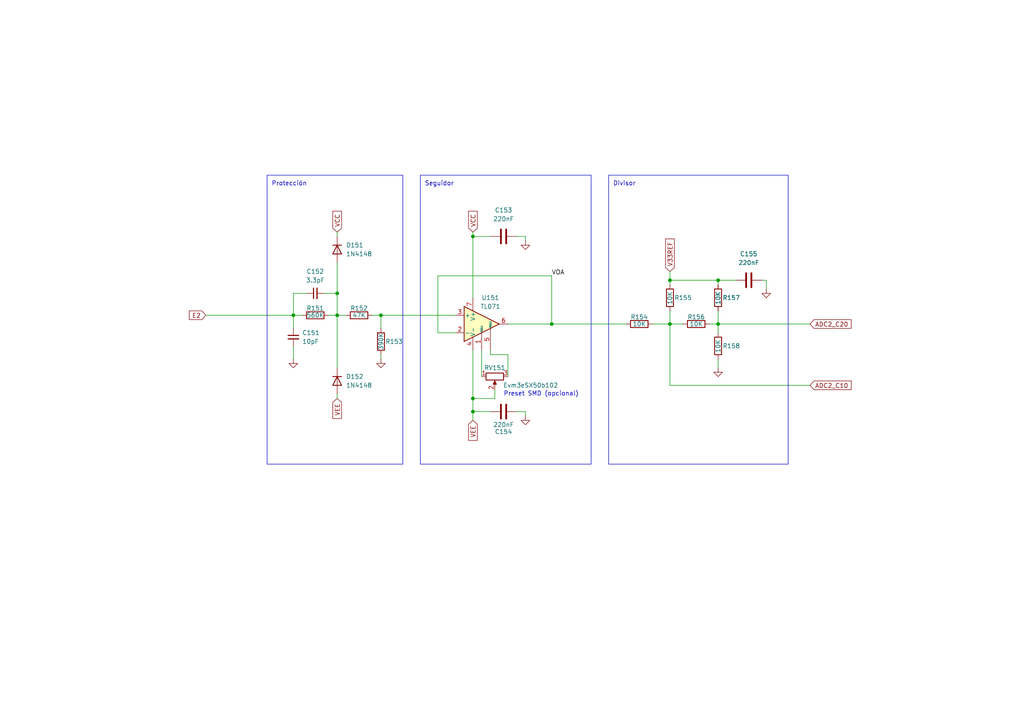
<source format=kicad_sch>
(kicad_sch (version 20231120) (generator "eeschema") (generator_version "8.0")
  (paper "A4")
  (title_block (title "Entrada 2 (ISPEL Beta 2024)") (rev "2 (GC)") (company "UNDAV"))
  (lib_symbols
    (symbol "Amplifier_Operational:TL071" (pin_names (offset 0.127))
      (property "Reference" "U" (at 0 6.35 0))
      (property "Value" "TL071" (at 0 3.81 0))
      (symbol "TL071_0_1"
        (polyline (pts (xy -5.08 5.08) (xy 5.08 0) (xy -5.08 -5.08) (xy -5.08 5.08)) (stroke (width 0.254)) (fill (type background)))
      )
      (symbol "TL071_1_1"
        (pin input line (at 0 -7.62 90) (length 5.08) (name "NULL") (number "1"))
        (pin input line (at -7.62 -2.54 0) (length 2.54) (name "-") (number "2"))
        (pin input line (at -7.62 2.54 0) (length 2.54) (name "+") (number "3"))
        (pin power_in line (at -2.54 -7.62 90) (length 3.81) (name "V-") (number "4"))
        (pin input line (at 2.54 -7.62 90) (length 6.35) (name "NULL") (number "5"))
        (pin output line (at 7.62 0 180) (length 2.54) (name "~") (number "6"))
        (pin power_in line (at -2.54 7.62 270) (length 3.81) (name "V+") (number "7"))
        (pin no_connect line (at 0 2.54 270) (length 2.54) hide (name "NC") (number "8"))
      )
    )
    (symbol "Device:C" (pin_numbers hide) (pin_names (offset 0.254))
      (property "Reference" "C" (at 0.635 2.54 0))
      (property "Value" "C" (at 0.635 -2.54 0))
      (symbol "C_0_1"
        (polyline (pts (xy -2.032 -0.762) (xy 2.032 -0.762)) (stroke (width 0.508)))
        (polyline (pts (xy -2.032 0.762) (xy 2.032 0.762)) (stroke (width 0.508)))
      )
      (symbol "C_1_1"
        (pin passive line (at 0 3.81 270) (length 2.794) (name "~") (number "1"))
        (pin passive line (at 0 -3.81 90) (length 2.794) (name "~") (number "2"))
      )
    )
    (symbol "Device:C_Small" (pin_numbers hide) (pin_names (offset 0.254) hide)
      (property "Reference" "C" (at 0.254 1.778 0))
      (property "Value" "C_Small" (at 0.254 -2.032 0))
      (symbol "C_Small_0_1"
        (polyline (pts (xy -1.524 -0.508) (xy 1.524 -0.508)) (stroke (width 0.3302)))
        (polyline (pts (xy -1.524 0.508) (xy 1.524 0.508)) (stroke (width 0.3048)))
      )
      (symbol "C_Small_1_1"
        (pin passive line (at 0 2.54 270) (length 2.032) (name "~") (number "1"))
        (pin passive line (at 0 -2.54 90) (length 2.032) (name "~") (number "2"))
      )
    )
    (symbol "Device:R" (pin_numbers hide) (pin_names (offset 0))
      (property "Reference" "R" (at 2.032 0 90))
      (property "Value" "R" (at 0 0 90))
      (symbol "R_0_1"
        (rectangle (start -1.016 -2.54) (end 1.016 2.54) (stroke (width 0.254)))
      )
      (symbol "R_1_1"
        (pin passive line (at 0 3.81 270) (length 1.27) (name "~") (number "1"))
        (pin passive line (at 0 -3.81 90) (length 1.27) (name "~") (number "2"))
      )
    )
    (symbol "Device:R_Potentiometer" (pin_names (offset 1.016) hide)
      (property "Reference" "RV" (at -4.445 0 90))
      (property "Value" "R_Potentiometer" (at -2.54 0 90))
      (symbol "R_Potentiometer_0_1"
        (polyline (pts (xy 2.54 0) (xy 1.524 0)))
        (polyline (pts (xy 1.143 0) (xy 2.286 0.508) (xy 2.286 -0.508) (xy 1.143 0)) (fill (type outline)))
        (rectangle (start 1.016 2.54) (end -1.016 -2.54) (stroke (width 0.254)))
      )
      (symbol "R_Potentiometer_1_1"
        (pin passive line (at 0 3.81 270) (length 1.27) (name "1") (number "1"))
        (pin passive line (at 3.81 0 180) (length 1.27) (name "2") (number "2"))
        (pin passive line (at 0 -3.81 90) (length 1.27) (name "3") (number "3"))
      )
    )
    (symbol "Diode:1N4448" (pin_numbers hide) (pin_names hide)
      (property "Reference" "D" (at 0 2.54 0))
      (property "Value" "1N4448" (at 0 -2.54 0))
      (symbol "1N4448_0_1"
        (polyline (pts (xy -1.27 1.27) (xy -1.27 -1.27)) (stroke (width 0.254)))
        (polyline (pts (xy 1.27 0) (xy -1.27 0)))
        (polyline (pts (xy 1.27 1.27) (xy 1.27 -1.27) (xy -1.27 0) (xy 1.27 1.27)) (stroke (width 0.254)))
      )
      (symbol "1N4448_1_1"
        (pin passive line (at -3.81 0 0) (length 2.54) (name "K") (number "1"))
        (pin passive line (at 3.81 0 180) (length 2.54) (name "A") (number "2"))
      )
    )
    (symbol "power:GND" (power) (pin_numbers hide) (pin_names (offset 0) hide)
      (property "Value" "GND" (at 0 -3.81 0))
      (symbol "GND_0_1"
        (polyline (pts (xy 0 0) (xy 0 -1.27) (xy 1.27 -1.27) (xy 0 -2.54) (xy -1.27 -1.27) (xy 0 -1.27)))
      )
      (symbol "GND_1_1"
        (pin power_in line (at 0 0 270) (length 0) (name "~") (number "1"))
      )
    )
  )
  (junction (at 208.28 93.98))
  (junction (at 110.49 91.44))
  (junction (at 97.79 85.09))
  (junction (at 137.16 119.38))
  (junction (at 137.16 68.58))
  (junction (at 194.31 81.28))
  (junction (at 160.02 93.98))
  (junction (at 208.28 81.28))
  (junction (at 85.09 91.44))
  (junction (at 137.16 115.57))
  (junction (at 194.31 93.98))
  (junction (at 97.79 91.44))
  (wire (pts (xy 222.25 83.82) (xy 222.25 81.28)))
  (wire (pts (xy 97.79 114.3) (xy 97.79 115.57)))
  (wire (pts (xy 137.16 68.58) (xy 142.24 68.58)))
  (wire (pts (xy 222.25 81.28) (xy 220.98 81.28)))
  (wire (pts (xy 194.31 111.76) (xy 194.31 93.98)))
  (wire (pts (xy 142.24 102.87) (xy 142.24 101.6)))
  (wire (pts (xy 85.09 100.33) (xy 85.09 104.14)))
  (wire (pts (xy 97.79 91.44) (xy 100.33 91.44)))
  (wire (pts (xy 208.28 81.28) (xy 213.36 81.28)))
  (wire (pts (xy 110.49 91.44) (xy 132.08 91.44)))
  (wire (pts (xy 97.79 91.44) (xy 97.79 106.68)))
  (wire (pts (xy 152.4 69.85) (xy 152.4 68.58)))
  (wire (pts (xy 194.31 81.28) (xy 208.28 81.28)))
  (wire (pts (xy 194.31 78.74) (xy 194.31 81.28)))
  (wire (pts (xy 194.31 81.28) (xy 194.31 82.55)))
  (wire (pts (xy 132.08 96.52) (xy 127 96.52)))
  (wire (pts (xy 127 96.52) (xy 127 80.01)))
  (wire (pts (xy 208.28 93.98) (xy 205.74 93.98)))
  (wire (pts (xy 143.51 113.03) (xy 143.51 115.57)))
  (wire (pts (xy 137.16 101.6) (xy 137.16 115.57)))
  (wire (pts (xy 110.49 91.44) (xy 107.95 91.44)))
  (wire (pts (xy 85.09 91.44) (xy 85.09 95.25)))
  (wire (pts (xy 139.7 101.6) (xy 139.7 109.22)))
  (wire (pts (xy 208.28 82.55) (xy 208.28 81.28)))
  (wire (pts (xy 85.09 85.09) (xy 88.9 85.09)))
  (wire (pts (xy 137.16 115.57) (xy 143.51 115.57)))
  (wire (pts (xy 194.31 93.98) (xy 198.12 93.98)))
  (wire (pts (xy 194.31 90.17) (xy 194.31 93.98)))
  (wire (pts (xy 110.49 102.87) (xy 110.49 104.14)))
  (wire (pts (xy 149.86 68.58) (xy 152.4 68.58)))
  (wire (pts (xy 208.28 90.17) (xy 208.28 93.98)))
  (wire (pts (xy 142.24 102.87) (xy 147.32 102.87)))
  (wire (pts (xy 85.09 85.09) (xy 85.09 91.44)))
  (wire (pts (xy 142.24 119.38) (xy 137.16 119.38)))
  (wire (pts (xy 97.79 91.44) (xy 97.79 85.09)))
  (wire (pts (xy 93.98 85.09) (xy 97.79 85.09)))
  (wire (pts (xy 137.16 115.57) (xy 137.16 119.38)))
  (wire (pts (xy 137.16 68.58) (xy 137.16 86.36)))
  (wire (pts (xy 137.16 119.38) (xy 137.16 121.92)))
  (wire (pts (xy 85.09 91.44) (xy 87.63 91.44)))
  (wire (pts (xy 208.28 93.98) (xy 208.28 96.52)))
  (wire (pts (xy 97.79 68.58) (xy 97.79 67.31)))
  (wire (pts (xy 95.25 91.44) (xy 97.79 91.44)))
  (wire (pts (xy 194.31 93.98) (xy 189.23 93.98)))
  (wire (pts (xy 97.79 76.2) (xy 97.79 85.09)))
  (wire (pts (xy 208.28 104.14) (xy 208.28 106.68)))
  (wire (pts (xy 160.02 80.01) (xy 160.02 93.98)))
  (wire (pts (xy 127 80.01) (xy 160.02 80.01)))
  (wire (pts (xy 160.02 93.98) (xy 181.61 93.98)))
  (wire (pts (xy 59.69 91.44) (xy 85.09 91.44)))
  (wire (pts (xy 147.32 93.98) (xy 160.02 93.98)))
  (wire (pts (xy 152.4 120.65) (xy 152.4 119.38)))
  (wire (pts (xy 137.16 67.31) (xy 137.16 68.58)))
  (wire (pts (xy 147.32 109.22) (xy 147.32 102.87)))
  (wire (pts (xy 110.49 91.44) (xy 110.49 95.25)))
  (wire (pts (xy 149.86 119.38) (xy 152.4 119.38)))
  (wire (pts (xy 194.31 111.76) (xy 234.95 111.76)))
  (wire (pts (xy 208.28 93.98) (xy 234.95 93.98)))
  (rectangle (start 176.53 50.8) (end 228.6 134.62))
  (rectangle (start 121.92 50.8) (end 171.45 134.62))
  (rectangle (start 77.47 50.8) (end 116.84 134.62))
  (text "Preset SMD (opcional)" (at 146.05 114.3 0) (effects (font (size 1.27 1.27)) (justify left)))
  (text "Protección" (at 78.74 53.34 0) (effects (font (size 1.27 1.27)) (justify left)))
  (text "Divisor" (at 177.8 53.34 0) (effects (font (size 1.27 1.27)) (justify left)))
  (text "Seguidor" (at 123.19 53.34 0) (effects (font (size 1.27 1.27)) (justify left)))
  (label "VOA" (at 160.02 80.01 0))
  (global_label "E2" (shape input) (at 59.69 91.44 180) (property "Intersheetrefs" "${INTERSHEET_REFS}" (effects (hide yes))))
  (global_label "VEE" (shape input) (at 97.79 115.57 270) (property "Intersheetrefs" "${INTERSHEET_REFS}" (effects (hide yes))))
  (global_label "VCC" (shape input) (at 97.79 67.31 90) (property "Intersheetrefs" "${INTERSHEET_REFS}" (effects (hide yes))))
  (global_label "V33REF" (shape input) (at 194.31 78.74 90) (property "Intersheetrefs" "${INTERSHEET_REFS}" (effects (hide yes))))
  (global_label "VCC" (shape input) (at 137.16 67.31 90) (property "Intersheetrefs" "${INTERSHEET_REFS}" (effects (hide yes))))
  (global_label "VEE" (shape input) (at 137.16 121.92 270) (property "Intersheetrefs" "${INTERSHEET_REFS}" (effects (hide yes))))
  (global_label "ADC2_C10" (shape input) (at 234.95 111.76 0) (property "Intersheetrefs" "${INTERSHEET_REFS}" (effects (hide yes))))
  (global_label "ADC2_C20" (shape input) (at 234.95 93.98 0) (property "Intersheetrefs" "${INTERSHEET_REFS}" (effects (hide yes))))
  (symbol (lib_id "Device:R") (at 185.42 93.98 90) (unit 1)
    (property "Reference" "R154" (at 185.42 91.948 90))
    (property "Value" "10K" (at 185.42 93.98 90))
    (property "Footprint" "Resistor_SMD:R_1206_3216Metric_Pad1.30x1.75mm_HandSolder" (effects (hide yes)))
    (property "Description" "Resistor" (effects (hide yes)))
  )
  (symbol (lib_id "Device:R") (at 104.14 91.44 90) (unit 1)
    (property "Reference" "R152" (at 104.14 89.408 90))
    (property "Value" "47K" (at 104.14 91.44 90))
    (property "Footprint" "Resistor_SMD:R_1206_3216Metric_Pad1.30x1.75mm_HandSolder" (effects (hide yes)))
    (property "Description" "Resistor" (effects (hide yes)))
  )
  (symbol (lib_id "Device:R") (at 208.28 86.36 0) (unit 1)
    (property "Reference" "R157" (at 209.55 86.36 0) (effects (justify left)))
    (property "Value" "10K" (at 208.28 88.392 90) (effects (justify left)))
    (property "Footprint" "Resistor_SMD:R_1206_3216Metric_Pad1.30x1.75mm_HandSolder" (effects (hide yes)))
    (property "Description" "Resistor" (effects (hide yes)))
  )
  (symbol (lib_id "Device:R") (at 201.93 93.98 90) (unit 1)
    (property "Reference" "R156" (at 201.93 91.948 90))
    (property "Value" "10K" (at 201.93 93.98 90))
    (property "Footprint" "Resistor_SMD:R_1206_3216Metric_Pad1.30x1.75mm_HandSolder" (effects (hide yes)))
    (property "Description" "Resistor" (effects (hide yes)))
  )
  (symbol (lib_id "Device:R") (at 110.49 99.06 0) (unit 1)
    (property "Reference" "R153" (at 111.76 99.06 0) (effects (justify left)))
    (property "Value" "390K" (at 110.49 101.6 90) (effects (justify left)))
    (property "Footprint" "Resistor_SMD:R_1206_3216Metric_Pad1.30x1.75mm_HandSolder" (effects (hide yes)))
    (property "Description" "Resistor" (effects (hide yes)))
  )
  (symbol (lib_id "Device:C_Small") (at 85.09 97.79 0) (unit 1)
    (property "Reference" "C151" (at 87.63 96.5262 0) (effects (justify left)))
    (property "Value" "10pF" (at 87.63 99.0662 0) (effects (justify left)))
    (property "Footprint" "Capacitor_SMD:C_1206_3216Metric_Pad1.33x1.80mm_HandSolder" (effects (hide yes)))
    (property "Description" "Unpolarized capacitor, small symbol" (effects (hide yes)))
  )
  (symbol (lib_id "power:GND") (at 222.25 83.82 0) (unit 1)
    (property "Reference" "#PWR0157" (effects (hide yes)))
    (property "Value" "GND" (effects (hide yes)))
    (property "Description" "Power symbol creates a global label with name \"GND\" , ground" (effects (hide yes)))
  )
  (symbol (lib_id "Device:C") (at 146.05 119.38 90) (unit 1)
    (property "Reference" "C154" (at 146.05 125.222 90))
    (property "Value" "220nF" (at 146.05 123.19 90))
    (property "Footprint" "Capacitor_SMD:C_1206_3216Metric_Pad1.33x1.80mm_HandSolder" (effects (hide yes)))
    (property "Description" "Unpolarized capacitor" (effects (hide yes)))
  )
  (symbol (lib_id "Device:R_Potentiometer") (at 143.51 109.22 90) (mirror x) (unit 1)
    (property "Reference" "RV151" (at 143.51 106.68 90))
    (property "Value" "Evm3eSX50b102" (at 153.924 111.76 90))
    (property "Footprint" "Libreria_ISPEL:3E-SX50" (effects (hide yes)))
    (property "Datasheet" "https://github.com/gcapora/ISPEL-CAD/blob/main/Info/Hojas%20de%20datos/Resistencias/EVM-3RSX50B54.PDF" (effects (hide yes)))
    (property "Description" "Potentiometer" (effects (hide yes)))
  )
  (symbol (lib_id "Device:C") (at 146.05 68.58 90) (unit 1)
    (property "Reference" "C153" (at 146.05 60.96 90))
    (property "Value" "220nF" (at 146.05 63.5 90))
    (property "Footprint" "Capacitor_SMD:C_1206_3216Metric_Pad1.33x1.80mm_HandSolder" (effects (hide yes)))
    (property "Description" "Unpolarized capacitor" (effects (hide yes)))
  )
  (symbol (lib_id "power:GND") (at 152.4 69.85 0) (unit 1)
    (property "Reference" "#PWR0154" (effects (hide yes)))
    (property "Value" "GND" (effects (hide yes)))
    (property "Description" "Power symbol creates a global label with name \"GND\" , ground" (effects (hide yes)))
  )
  (symbol (lib_id "Diode:1N4448") (at 97.79 72.39 270) (unit 1)
    (property "Reference" "D151" (at 100.33 71.1199 90) (effects (justify left)))
    (property "Value" "1N4148" (at 100.33 73.6599 90) (effects (justify left)))
    (property "Footprint" "Diode_SMD:D_MiniMELF_Handsoldering" (effects (hide yes)))
    (property "Datasheet" "https://assets.nexperia.com/documents/data-sheet/1N4148_1N4448.pdf" (effects (hide yes)))
    (property "Description" "100V 0.15A High-speed standard diode, DO-35" (effects (hide yes)))
    (property "Sim.Device" "D" (effects (hide yes)))
    (property "Sim.Pins" "1=K 2=A" (effects (hide yes)))
  )
  (symbol (lib_id "Device:C_Small") (at 91.44 85.09 90) (unit 1)
    (property "Reference" "C152" (at 91.4463 78.74 90))
    (property "Value" "3.3pF" (at 91.4463 81.28 90))
    (property "Footprint" "Capacitor_SMD:C_1206_3216Metric_Pad1.33x1.80mm_HandSolder" (effects (hide yes)))
    (property "Description" "Unpolarized capacitor, small symbol" (effects (hide yes)))
  )
  (symbol (lib_id "Device:R") (at 208.28 100.33 0) (unit 1)
    (property "Reference" "R158" (at 209.55 100.33 0) (effects (justify left)))
    (property "Value" "10K" (at 208.28 102.362 90) (effects (justify left)))
    (property "Footprint" "Resistor_SMD:R_1206_3216Metric_Pad1.30x1.75mm_HandSolder" (effects (hide yes)))
    (property "Description" "Resistor" (effects (hide yes)))
  )
  (symbol (lib_id "power:GND") (at 85.09 104.14 0) (unit 1)
    (property "Reference" "#PWR0151" (effects (hide yes)))
    (property "Value" "GND" (effects (hide yes)))
    (property "Description" "Power symbol creates a global label with name \"GND\" , ground" (effects (hide yes)))
  )
  (symbol (lib_id "Diode:1N4448") (at 97.79 110.49 270) (unit 1)
    (property "Reference" "D152" (at 100.33 109.2199 90) (effects (justify left)))
    (property "Value" "1N4148" (at 100.33 111.7599 90) (effects (justify left)))
    (property "Footprint" "Diode_SMD:D_MiniMELF_Handsoldering" (effects (hide yes)))
    (property "Datasheet" "https://assets.nexperia.com/documents/data-sheet/1N4148_1N4448.pdf" (effects (hide yes)))
    (property "Description" "100V 0.15A High-speed standard diode, DO-35" (effects (hide yes)))
    (property "Sim.Device" "D" (effects (hide yes)))
    (property "Sim.Pins" "1=K 2=A" (effects (hide yes)))
  )
  (symbol (lib_id "Amplifier_Operational:TL071") (at 139.7 93.98 0) (unit 1)
    (property "Reference" "U151" (at 142.24 86.36 0))
    (property "Value" "TL071" (at 142.24 88.9 0))
    (property "Footprint" "Package_DIP:CERDIP-8_W7.62mm_SideBrazed_LongPads_Socket" (effects (hide yes)))
    (property "Datasheet" "http://www.ti.com/lit/ds/symlink/tl071.pdf" (effects (hide yes)))
    (property "Description" "Single Low-Noise JFET-Input Operational Amplifiers, DIP-8/SOIC-8" (effects (hide yes)))
  )
  (symbol (lib_id "power:GND") (at 152.4 120.65 0) (unit 1)
    (property "Reference" "#PWR0155" (effects (hide yes)))
    (property "Value" "GND" (effects (hide yes)))
    (property "Description" "Power symbol creates a global label with name \"GND\" , ground" (effects (hide yes)))
  )
  (symbol (lib_id "Device:R") (at 194.31 86.36 0) (unit 1)
    (property "Reference" "R155" (at 195.58 86.36 0) (effects (justify left)))
    (property "Value" "10K" (at 194.31 88.392 90) (effects (justify left)))
    (property "Footprint" "Resistor_SMD:R_1206_3216Metric_Pad1.30x1.75mm_HandSolder" (effects (hide yes)))
    (property "Description" "Resistor" (effects (hide yes)))
  )
  (symbol (lib_id "Device:C") (at 217.17 81.28 90) (unit 1)
    (property "Reference" "C155" (at 217.17 73.66 90))
    (property "Value" "220nF" (at 217.17 76.2 90))
    (property "Footprint" "Capacitor_SMD:C_1206_3216Metric_Pad1.33x1.80mm_HandSolder" (effects (hide yes)))
    (property "Description" "Unpolarized capacitor" (effects (hide yes)))
  )
  (symbol (lib_id "power:GND") (at 110.49 104.14 0) (unit 1)
    (property "Reference" "#PWR0152" (effects (hide yes)))
    (property "Value" "GND" (effects (hide yes)))
    (property "Description" "Power symbol creates a global label with name \"GND\" , ground" (effects (hide yes)))
  )
  (symbol (lib_id "power:GND") (at 208.28 106.68 0) (unit 1)
    (property "Reference" "#PWR0156" (effects (hide yes)))
    (property "Value" "GND" (effects (hide yes)))
    (property "Description" "Power symbol creates a global label with name \"GND\" , ground" (effects (hide yes)))
  )
  (symbol (lib_id "Device:R") (at 91.44 91.44 90) (unit 1)
    (property "Reference" "R151" (at 91.44 89.408 90))
    (property "Value" "560K" (at 91.44 91.44 90))
    (property "Footprint" "Resistor_SMD:R_1206_3216Metric_Pad1.30x1.75mm_HandSolder" (effects (hide yes)))
    (property "Description" "Resistor" (effects (hide yes)))
  )
)
</source>
